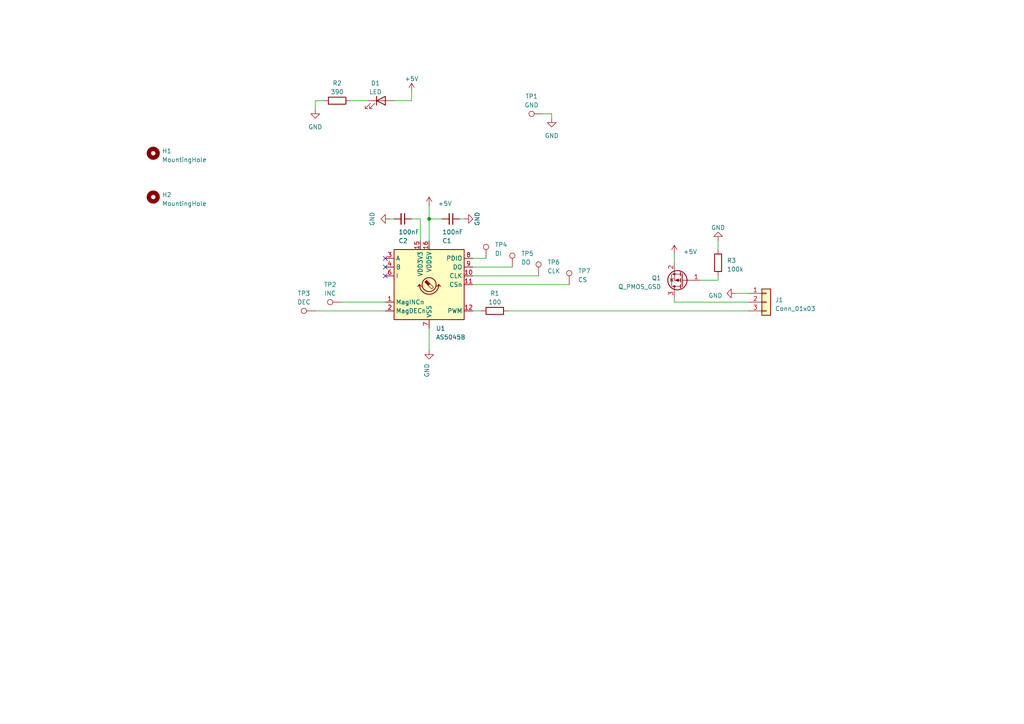
<source format=kicad_sch>
(kicad_sch (version 20230121) (generator eeschema)
  (paper "A4")
  (lib_symbols
    (symbol "Connector:TestPoint" (pin_numbers hide) (pin_names (offset 0.762) hide)
      (property "Reference" "TP" (at 0 6.858 0))
      (property "Value" "TestPoint" (at 0 5.08 0))
      (symbol "TestPoint_0_1"
        (circle (center 0 3.302) (radius 0.762))
      )
      (symbol "TestPoint_1_1"
        (pin passive line (at 0 0 90) (length 2.54) (name "1") (number "1"))
      )
    )
    (symbol "Connector_Generic:Conn_01x03" (pin_names (offset 1.016) hide)
      (property "Reference" "J" (at 0 5.08 0))
      (property "Value" "Conn_01x03" (at 0 -5.08 0))
      (symbol "Conn_01x03_1_1"
        (rectangle (start -1.27 -2.413) (end 0 -2.667) (stroke (width 0.1524)))
        (rectangle (start -1.27 0.127) (end 0 -0.127) (stroke (width 0.1524)))
        (rectangle (start -1.27 2.667) (end 0 2.413) (stroke (width 0.1524)))
        (rectangle (start -1.27 3.81) (end 1.27 -3.81) (stroke (width 0.254)) (fill (type background)))
        (pin passive line (at -5.08 2.54 0) (length 3.81) (name "Pin_1") (number "1"))
        (pin passive line (at -5.08 0 0) (length 3.81) (name "Pin_2") (number "2"))
        (pin passive line (at -5.08 -2.54 0) (length 3.81) (name "Pin_3") (number "3"))
      )
    )
    (symbol "Device:C_Small" (pin_numbers hide) (pin_names (offset 0.254) hide)
      (property "Reference" "C" (at 0.254 1.778 0))
      (property "Value" "C_Small" (at 0.254 -2.032 0))
      (symbol "C_Small_0_1"
        (polyline (pts (xy -1.524 -0.508) (xy 1.524 -0.508)) (stroke (width 0.3302)))
        (polyline (pts (xy -1.524 0.508) (xy 1.524 0.508)) (stroke (width 0.3048)))
      )
      (symbol "C_Small_1_1"
        (pin passive line (at 0 2.54 270) (length 2.032) (name "~") (number "1"))
        (pin passive line (at 0 -2.54 90) (length 2.032) (name "~") (number "2"))
      )
    )
    (symbol "Device:LED" (pin_numbers hide) (pin_names (offset 1.016) hide)
      (property "Reference" "D" (at 0 2.54 0))
      (property "Value" "LED" (at 0 -2.54 0))
      (symbol "LED_0_1"
        (polyline (pts (xy -1.27 -1.27) (xy -1.27 1.27)) (stroke (width 0.254)))
        (polyline (pts (xy -1.27 0) (xy 1.27 0)))
        (polyline (pts (xy 1.27 -1.27) (xy 1.27 1.27) (xy -1.27 0) (xy 1.27 -1.27)) (stroke (width 0.254)))
        (polyline (pts (xy -3.048 -0.762) (xy -4.572 -2.286) (xy -3.81 -2.286) (xy -4.572 -2.286) (xy -4.572 -1.524)))
        (polyline (pts (xy -1.778 -0.762) (xy -3.302 -2.286) (xy -2.54 -2.286) (xy -3.302 -2.286) (xy -3.302 -1.524)))
      )
      (symbol "LED_1_1"
        (pin passive line (at -3.81 0 0) (length 2.54) (name "K") (number "1"))
        (pin passive line (at 3.81 0 180) (length 2.54) (name "A") (number "2"))
      )
    )
    (symbol "Device:Q_PMOS_GSD" (pin_names (offset 0) hide)
      (property "Reference" "Q" (at 5.08 1.27 0))
      (property "Value" "Q_PMOS_GSD" (at 5.08 -1.27 0))
      (symbol "Q_PMOS_GSD_0_1"
        (polyline (pts (xy 0.254 0) (xy -2.54 0)))
        (polyline (pts (xy 0.254 1.905) (xy 0.254 -1.905)) (stroke (width 0.254)))
        (polyline (pts (xy 0.762 -1.27) (xy 0.762 -2.286)) (stroke (width 0.254)))
        (polyline (pts (xy 0.762 0.508) (xy 0.762 -0.508)) (stroke (width 0.254)))
        (polyline (pts (xy 0.762 2.286) (xy 0.762 1.27)) (stroke (width 0.254)))
        (polyline (pts (xy 2.54 2.54) (xy 2.54 1.778)))
        (polyline (pts (xy 2.54 -2.54) (xy 2.54 0) (xy 0.762 0)))
        (polyline (pts (xy 0.762 1.778) (xy 3.302 1.778) (xy 3.302 -1.778) (xy 0.762 -1.778)))
        (polyline (pts (xy 2.286 0) (xy 1.27 0.381) (xy 1.27 -0.381) (xy 2.286 0)) (fill (type outline)))
        (polyline (pts (xy 2.794 -0.508) (xy 2.921 -0.381) (xy 3.683 -0.381) (xy 3.81 -0.254)))
        (polyline (pts (xy 3.302 -0.381) (xy 2.921 0.254) (xy 3.683 0.254) (xy 3.302 -0.381)))
        (circle (center 1.651 0) (radius 2.794) (stroke (width 0.254)))
        (circle (center 2.54 -1.778) (radius 0.254) (fill (type outline)))
        (circle (center 2.54 1.778) (radius 0.254) (fill (type outline)))
      )
      (symbol "Q_PMOS_GSD_1_1"
        (pin input line (at -5.08 0 0) (length 2.54) (name "G") (number "1"))
        (pin passive line (at 2.54 -5.08 90) (length 2.54) (name "S") (number "2"))
        (pin passive line (at 2.54 5.08 270) (length 2.54) (name "D") (number "3"))
      )
    )
    (symbol "Device:R" (pin_numbers hide) (pin_names (offset 0))
      (property "Reference" "R" (at 2.032 0 90))
      (property "Value" "R" (at 0 0 90))
      (symbol "R_0_1"
        (rectangle (start -1.016 -2.54) (end 1.016 2.54) (stroke (width 0.254)))
      )
      (symbol "R_1_1"
        (pin passive line (at 0 3.81 270) (length 1.27) (name "~") (number "1"))
        (pin passive line (at 0 -3.81 90) (length 1.27) (name "~") (number "2"))
      )
    )
    (symbol "Mechanical:MountingHole" (pin_names (offset 1.016))
      (property "Reference" "H" (at 0 5.08 0))
      (property "Value" "MountingHole" (at 0 3.175 0))
      (symbol "MountingHole_0_1"
        (circle (center 0 0) (radius 1.27) (stroke (width 1.27)))
      )
    )
    (symbol "Sensor_Magnetic:AS5045B"
      (property "Reference" "U" (at -10.16 11.43 0))
      (property "Value" "AS5045B" (at 11.43 11.43 0))
      (symbol "AS5045B_0_1"
        (rectangle (start -10.16 10.16) (end 10.16 -10.16) (stroke (width 0.254)) (fill (type background)))
        (arc (start -2.794 0) (mid 0 -2.7819) (end 2.794 0) (stroke (width 0.254)))
        (polyline (pts (xy -2.794 0) (xy -3.302 -0.508)) (stroke (width 0.254)))
        (polyline (pts (xy -2.794 0) (xy -2.286 -0.508)) (stroke (width 0.254)))
        (polyline (pts (xy 2.794 0) (xy 2.286 -0.508)) (stroke (width 0.254)))
        (polyline (pts (xy 2.794 0) (xy 3.302 -0.508)) (stroke (width 0.254)))
        (polyline (pts (xy 0.254 0.254) (xy 1.27 -0.762) (xy 0.762 -1.27) (xy -0.254 -0.254)))
        (polyline (pts (xy -0.762 1.27) (xy 0.254 0.254) (xy -0.254 -0.254) (xy -1.27 0.762) (xy -1.016 1.016) (xy -0.762 1.27) (xy -0.635 1.143)) (fill (type outline)))
        (circle (center 0 0) (radius 2.032) (stroke (width 0.254)))
      )
      (symbol "AS5045B_1_1"
        (pin open_collector line (at -12.7 -5.08 0) (length 2.54) (name "MagINCn") (number "1"))
        (pin input line (at 12.7 2.54 180) (length 2.54) (name "CLK") (number "10"))
        (pin input line (at 12.7 0 180) (length 2.54) (name "CSn") (number "11"))
        (pin output line (at 12.7 -7.62 180) (length 2.54) (name "PWM") (number "12"))
        (pin no_connect line (at 10.16 -5.08 180) (length 2.54) hide (name "NC") (number "13"))
        (pin no_connect line (at 2.54 -10.16 90) (length 2.54) hide (name "NC") (number "14"))
        (pin power_in line (at -2.54 12.7 270) (length 2.54) (name "VDD3V3") (number "15"))
        (pin power_in line (at 0 12.7 270) (length 2.54) (name "VDD5V") (number "16"))
        (pin open_collector line (at -12.7 -7.62 0) (length 2.54) (name "MagDECn") (number "2"))
        (pin output line (at -12.7 7.62 0) (length 2.54) (name "A") (number "3"))
        (pin output line (at -12.7 5.08 0) (length 2.54) (name "B") (number "4"))
        (pin no_connect line (at 10.16 -2.54 180) (length 2.54) hide (name "NC") (number "5"))
        (pin output line (at -12.7 2.54 0) (length 2.54) (name "I") (number "6"))
        (pin power_in line (at 0 -12.7 90) (length 2.54) (name "VSS") (number "7"))
        (pin input line (at 12.7 7.62 180) (length 2.54) (name "PDIO") (number "8"))
        (pin output line (at 12.7 5.08 180) (length 2.54) (name "DO") (number "9"))
      )
    )
    (symbol "power:+5V" (power) (pin_names (offset 0))
      (property "Value" "+5V" (at 0 3.556 0))
      (symbol "+5V_0_1"
        (polyline (pts (xy -0.762 1.27) (xy 0 2.54)))
        (polyline (pts (xy 0 0) (xy 0 2.54)))
        (polyline (pts (xy 0 2.54) (xy 0.762 1.27)))
      )
      (symbol "+5V_1_1"
        (pin power_in line (at 0 0 90) (length 0) hide (name "+5V") (number "1"))
      )
    )
    (symbol "power:GND" (power) (pin_names (offset 0))
      (property "Value" "GND" (at 0 -3.81 0))
      (symbol "GND_0_1"
        (polyline (pts (xy 0 0) (xy 0 -1.27) (xy 1.27 -1.27) (xy 0 -2.54) (xy -1.27 -1.27) (xy 0 -1.27)))
      )
      (symbol "GND_1_1"
        (pin power_in line (at 0 0 270) (length 0) hide (name "GND") (number "1"))
      )
    )
  )
  (junction (at 124.46 63.5))
  (no_connect (at 111.76 74.93))
  (no_connect (at 111.76 80.01))
  (no_connect (at 111.76 77.47))
  (wire (pts (xy 121.92 63.5) (xy 121.92 69.85)))
  (wire (pts (xy 137.16 74.93) (xy 140.97 74.93)))
  (wire (pts (xy 99.06 87.63) (xy 111.76 87.63)))
  (wire (pts (xy 119.38 29.21) (xy 119.38 26.67)))
  (wire (pts (xy 137.16 77.47) (xy 148.59 77.47)))
  (wire (pts (xy 91.44 90.17) (xy 111.76 90.17)))
  (wire (pts (xy 124.46 95.25) (xy 124.46 101.6)))
  (wire (pts (xy 208.28 81.28) (xy 203.2 81.28)))
  (wire (pts (xy 101.6 29.21) (xy 106.68 29.21)))
  (wire (pts (xy 114.3 63.5) (xy 113.03 63.5)))
  (wire (pts (xy 137.16 90.17) (xy 139.7 90.17)))
  (wire (pts (xy 208.28 69.85) (xy 208.28 72.39)))
  (wire (pts (xy 195.58 73.66) (xy 195.58 76.2)))
  (wire (pts (xy 124.46 63.5) (xy 124.46 69.85)))
  (wire (pts (xy 124.46 59.69) (xy 124.46 63.5)))
  (wire (pts (xy 137.16 82.55) (xy 165.1 82.55)))
  (wire (pts (xy 137.16 80.01) (xy 156.21 80.01)))
  (wire (pts (xy 213.36 85.09) (xy 217.17 85.09)))
  (wire (pts (xy 208.28 80.01) (xy 208.28 81.28)))
  (wire (pts (xy 91.44 31.75) (xy 91.44 29.21)))
  (wire (pts (xy 124.46 63.5) (xy 128.27 63.5)))
  (wire (pts (xy 91.44 29.21) (xy 93.98 29.21)))
  (wire (pts (xy 119.38 63.5) (xy 121.92 63.5)))
  (wire (pts (xy 157.48 33.02) (xy 160.02 33.02)))
  (wire (pts (xy 114.3 29.21) (xy 119.38 29.21)))
  (wire (pts (xy 160.02 33.02) (xy 160.02 34.29)))
  (wire (pts (xy 195.58 86.36) (xy 195.58 87.63)))
  (wire (pts (xy 195.58 87.63) (xy 217.17 87.63)))
  (wire (pts (xy 134.62 63.5) (xy 133.35 63.5)))
  (wire (pts (xy 147.32 90.17) (xy 217.17 90.17)))
  (symbol (lib_id "Device:R") (at 143.51 90.17 90) (unit 1)
    (property "Reference" "R1" (at 143.51 85.09 90))
    (property "Value" "100" (at 143.51 87.63 90))
    (property "Footprint" "Resistor_SMD:R_0603_1608Metric" (effects hide))
  )
  (symbol (lib_id "Device:Q_PMOS_GSD") (at 198.12 81.28 180) (unit 1)
    (property "Reference" "Q1" (at 191.77 80.645 0) (effects (justify left)))
    (property "Value" "Q_PMOS_GSD" (at 191.77 83.185 0) (effects (justify left)))
    (property "Footprint" "Package_TO_SOT_SMD:SOT-23" (effects hide))
  )
  (symbol (lib_id "Sensor_Magnetic:AS5045B") (at 124.46 82.55 0) (unit 1)
    (property "Reference" "U1" (at 126.4159 95.25 0) (effects (justify left)))
    (property "Value" "AS5045B" (at 126.4159 97.79 0) (effects (justify left)))
    (property "Footprint" "Package_SO:SSOP-16_5.3x6.2mm_P0.65mm" (effects hide))
    (property "Datasheet" "https://ams.com/documents/20143/36005/AS5045B_DS000397_2-00.pdf" (effects hide))
  )
  (symbol (lib_id "Connector_Generic:Conn_01x03") (at 222.25 87.63 0) (unit 1)
    (property "Reference" "J1" (at 224.79 86.995 0) (effects (justify left)))
    (property "Value" "Conn_01x03" (at 224.79 89.535 0) (effects (justify left)))
    (property "Footprint" "Connector_PinHeader_2.54mm:PinHeader_1x03_P2.54mm_Horizontal" (effects hide))
  )
  (symbol (lib_id "power:+5V") (at 124.46 59.69 0) (unit 1)
    (property "Reference" "#PWR06" (effects hide))
    (property "Value" "+5V" (at 127 59.055 0) (effects (justify left)))
  )
  (symbol (lib_id "Device:C_Small") (at 130.81 63.5 270) (unit 1)
    (property "Reference" "C1" (at 128.27 69.85 90) (effects (justify left)))
    (property "Value" "100nF" (at 128.27 67.31 90) (effects (justify left)))
    (property "Footprint" "Capacitor_SMD:C_0603_1608Metric" (effects hide))
  )
  (symbol (lib_id "power:+5V") (at 195.58 73.66 0) (unit 1)
    (property "Reference" "#PWR02" (effects hide))
    (property "Value" "+5V" (at 198.12 73.025 0) (effects (justify left)))
  )
  (symbol (lib_id "Connector:TestPoint") (at 156.21 80.01 0) (unit 1)
    (property "Reference" "TP6" (at 158.75 76.073 0) (effects (justify left)))
    (property "Value" "CLK" (at 158.75 78.613 0) (effects (justify left)))
    (property "Footprint" "TestPoint:TestPoint_Pad_D1.0mm" (effects hide))
  )
  (symbol (lib_id "power:GND") (at 134.62 63.5 90) (unit 1)
    (property "Reference" "#PWR08" (effects hide))
    (property "Value" "GND" (at 138.43 63.5 0))
  )
  (symbol (lib_id "Connector:TestPoint") (at 165.1 82.55 0) (unit 1)
    (property "Reference" "TP7" (at 167.64 78.613 0) (effects (justify left)))
    (property "Value" "CS" (at 167.64 81.153 0) (effects (justify left)))
    (property "Footprint" "TestPoint:TestPoint_Pad_D1.0mm" (effects hide))
  )
  (symbol (lib_id "Device:LED") (at 110.49 29.21 0) (unit 1)
    (property "Reference" "D1" (at 108.9025 24.13 0))
    (property "Value" "LED" (at 108.9025 26.67 0))
    (property "Footprint" "LED_THT:LED_D3.0mm" (effects hide))
  )
  (symbol (lib_id "power:GND") (at 160.02 34.29 0) (unit 1)
    (property "Reference" "#PWR010" (effects hide))
    (property "Value" "GND" (at 160.02 39.37 0))
  )
  (symbol (lib_id "Mechanical:MountingHole") (at 44.45 44.45 0) (unit 1)
    (property "Reference" "H1" (at 46.99 43.815 0) (effects (justify left)))
    (property "Value" "MountingHole" (at 46.99 46.355 0) (effects (justify left)))
    (property "Footprint" "MountingHole:MountingHole_2.7mm" (effects hide))
  )
  (symbol (lib_id "Connector:TestPoint") (at 157.48 33.02 90) (unit 1)
    (property "Reference" "TP1" (at 154.178 27.94 90))
    (property "Value" "GND" (at 154.178 30.48 90))
    (property "Footprint" "TestPoint:TestPoint_Pad_D1.0mm" (effects hide))
  )
  (symbol (lib_id "Device:C_Small") (at 116.84 63.5 270) (unit 1)
    (property "Reference" "C2" (at 115.57 69.85 90) (effects (justify left)))
    (property "Value" "100nF" (at 115.57 67.31 90) (effects (justify left)))
    (property "Footprint" "Capacitor_SMD:C_0603_1608Metric" (effects hide))
  )
  (symbol (lib_id "power:GND") (at 208.28 69.85 180) (unit 1)
    (property "Reference" "#PWR05" (effects hide))
    (property "Value" "GND" (at 208.28 66.04 0))
  )
  (symbol (lib_id "Connector:TestPoint") (at 140.97 74.93 0) (unit 1)
    (property "Reference" "TP4" (at 143.51 70.993 0) (effects (justify left)))
    (property "Value" "DI" (at 143.51 73.533 0) (effects (justify left)))
    (property "Footprint" "TestPoint:TestPoint_Pad_D1.0mm" (effects hide))
  )
  (symbol (lib_id "Connector:TestPoint") (at 99.06 87.63 90) (unit 1)
    (property "Reference" "TP2" (at 95.758 82.55 90))
    (property "Value" "INC" (at 95.758 85.09 90))
    (property "Footprint" "TestPoint:TestPoint_Pad_D1.0mm" (effects hide))
  )
  (symbol (lib_id "Device:R") (at 208.28 76.2 180) (unit 1)
    (property "Reference" "R3" (at 210.82 75.565 0) (effects (justify right)))
    (property "Value" "100k" (at 210.82 78.105 0) (effects (justify right)))
    (property "Footprint" "Resistor_SMD:R_0603_1608Metric" (effects hide))
  )
  (symbol (lib_id "power:GND") (at 213.36 85.09 270) (unit 1)
    (property "Reference" "#PWR01" (effects hide))
    (property "Value" "GND" (at 209.55 85.725 90) (effects (justify right)))
  )
  (symbol (lib_id "power:GND") (at 91.44 31.75 0) (unit 1)
    (property "Reference" "#PWR09" (effects hide))
    (property "Value" "GND" (at 91.44 36.83 0))
  )
  (symbol (lib_id "Mechanical:MountingHole") (at 44.45 57.15 0) (unit 1)
    (property "Reference" "H2" (at 46.99 56.515 0) (effects (justify left)))
    (property "Value" "MountingHole" (at 46.99 59.055 0) (effects (justify left)))
    (property "Footprint" "MountingHole:MountingHole_2.7mm" (effects hide))
  )
  (symbol (lib_id "power:GND") (at 113.03 63.5 270) (unit 1)
    (property "Reference" "#PWR04" (effects hide))
    (property "Value" "GND" (at 107.95 63.5 0))
  )
  (symbol (lib_id "Device:R") (at 97.79 29.21 90) (unit 1)
    (property "Reference" "R2" (at 97.79 24.13 90))
    (property "Value" "390" (at 97.79 26.67 90))
    (property "Footprint" "Resistor_SMD:R_0603_1608Metric" (effects hide))
  )
  (symbol (lib_id "Connector:TestPoint") (at 91.44 90.17 90) (unit 1)
    (property "Reference" "TP3" (at 88.138 85.09 90))
    (property "Value" "DEC" (at 88.138 87.63 90))
    (property "Footprint" "TestPoint:TestPoint_Pad_D1.0mm" (effects hide))
  )
  (symbol (lib_id "Connector:TestPoint") (at 148.59 77.47 0) (unit 1)
    (property "Reference" "TP5" (at 151.13 73.533 0) (effects (justify left)))
    (property "Value" "DO" (at 151.13 76.073 0) (effects (justify left)))
    (property "Footprint" "TestPoint:TestPoint_Pad_D1.0mm" (effects hide))
  )
  (symbol (lib_id "power:GND") (at 124.46 101.6 0) (unit 1)
    (property "Reference" "#PWR03" (effects hide))
    (property "Value" "GND" (at 123.825 105.41 90) (effects (justify right)))
  )
  (symbol (lib_id "power:+5V") (at 119.38 26.67 0) (unit 1)
    (property "Reference" "#PWR07" (effects hide))
    (property "Value" "+5V" (at 119.38 22.86 0))
  )
)
</source>
